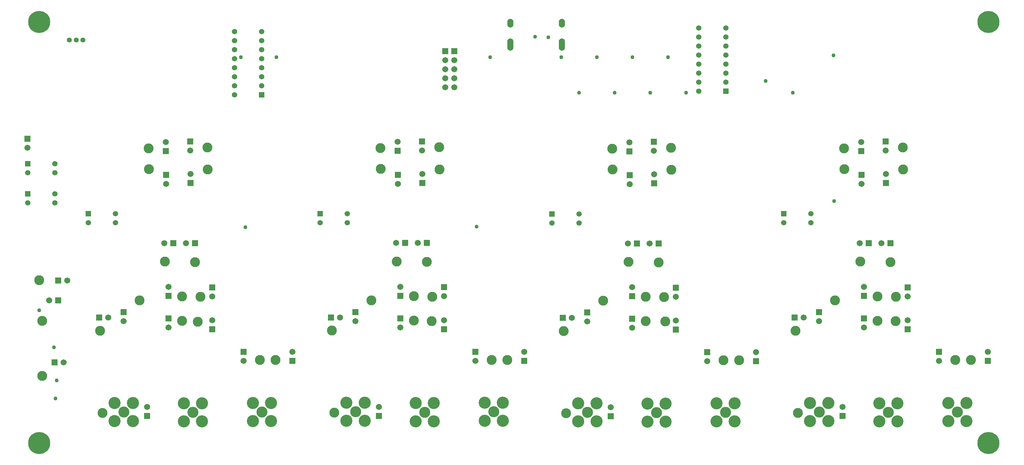
<source format=gbs>
G04*
G04 #@! TF.GenerationSoftware,Altium Limited,Altium Designer,20.1.12 (249)*
G04*
G04 Layer_Color=16711935*
%FSLAX25Y25*%
%MOIN*%
G70*
G04*
G04 #@! TF.SameCoordinates,0DC69EFF-8178-42D1-8DC1-E705200A60BA*
G04*
G04*
G04 #@! TF.FilePolarity,Negative*
G04*
G01*
G75*
%ADD41C,0.05918*%
%ADD42R,0.05918X0.05918*%
%ADD43C,0.06706*%
%ADD44R,0.06706X0.06706*%
%ADD45R,0.06706X0.06706*%
%ADD46C,0.05524*%
%ADD47O,0.06706X0.09855*%
%ADD48O,0.06706X0.13792*%
%ADD49C,0.12217*%
%ADD50C,0.13398*%
%ADD51C,0.11000*%
%ADD52C,0.04343*%
%ADD53C,0.24422*%
D41*
X1063500Y328500D02*
D03*
Y338500D02*
D03*
X1033500Y328500D02*
D03*
X807167Y328169D02*
D03*
Y338169D02*
D03*
X777167Y328169D02*
D03*
X550833Y328669D02*
D03*
Y338669D02*
D03*
X520833Y328669D02*
D03*
X294500Y328500D02*
D03*
Y338500D02*
D03*
X264500Y328500D02*
D03*
X227500Y384000D02*
D03*
Y394000D02*
D03*
X197500Y384000D02*
D03*
X227500Y350500D02*
D03*
Y360500D02*
D03*
X197500Y350500D02*
D03*
X969500Y484047D02*
D03*
Y494047D02*
D03*
Y504047D02*
D03*
Y514047D02*
D03*
Y524047D02*
D03*
Y534047D02*
D03*
Y544047D02*
D03*
X939500Y474047D02*
D03*
Y484047D02*
D03*
Y494047D02*
D03*
Y504047D02*
D03*
Y514047D02*
D03*
Y524047D02*
D03*
Y534047D02*
D03*
Y544047D02*
D03*
X456000Y480047D02*
D03*
Y490047D02*
D03*
Y500047D02*
D03*
Y510047D02*
D03*
Y520047D02*
D03*
Y530047D02*
D03*
Y540047D02*
D03*
X426000Y470047D02*
D03*
Y480047D02*
D03*
Y490047D02*
D03*
Y500047D02*
D03*
Y510047D02*
D03*
Y520047D02*
D03*
Y530047D02*
D03*
Y540047D02*
D03*
D42*
X1033500Y338500D02*
D03*
X777167Y338169D02*
D03*
X520833Y338669D02*
D03*
X264500Y338500D02*
D03*
X197500Y394000D02*
D03*
Y360500D02*
D03*
X969500Y474047D02*
D03*
X456000Y470047D02*
D03*
D43*
X197000Y411500D02*
D03*
X659000Y488500D02*
D03*
Y498500D02*
D03*
Y508500D02*
D03*
Y478500D02*
D03*
X669000D02*
D03*
Y508500D02*
D03*
Y498500D02*
D03*
Y488500D02*
D03*
X1141500Y306000D02*
D03*
X885167Y305669D02*
D03*
X628833Y306169D02*
D03*
X372500Y306000D02*
D03*
X1146500Y382500D02*
D03*
X890167Y382169D02*
D03*
X633833Y382669D02*
D03*
X377500Y382500D02*
D03*
X1117500Y306000D02*
D03*
X861167Y305669D02*
D03*
X604833Y306169D02*
D03*
X348500Y306000D02*
D03*
X1119500Y371500D02*
D03*
X863167Y371169D02*
D03*
X606833Y371669D02*
D03*
X350500Y371500D02*
D03*
X1119000Y418000D02*
D03*
X862667Y417669D02*
D03*
X606333Y418169D02*
D03*
X350000Y418000D02*
D03*
X1205000Y175500D02*
D03*
X948667Y175169D02*
D03*
X692333Y175669D02*
D03*
X436000Y175500D02*
D03*
X1146000Y408500D02*
D03*
X889667Y408169D02*
D03*
X633333Y408669D02*
D03*
X377000Y408500D02*
D03*
X1259000Y185500D02*
D03*
X1002667Y185169D02*
D03*
X746333Y185669D02*
D03*
X490000Y185500D02*
D03*
X1122000Y212500D02*
D03*
X865667Y212169D02*
D03*
X609333Y212669D02*
D03*
X353000Y212500D02*
D03*
X1170500Y247000D02*
D03*
X914167Y246669D02*
D03*
X657833Y247169D02*
D03*
X401500Y247000D02*
D03*
X1122000Y257500D02*
D03*
X865667Y257169D02*
D03*
X609333Y257669D02*
D03*
X353000Y257500D02*
D03*
X1170500Y220500D02*
D03*
X914167Y220169D02*
D03*
X657833Y220669D02*
D03*
X401500Y220500D02*
D03*
X1098500Y124500D02*
D03*
X842167Y124169D02*
D03*
X585833Y124669D02*
D03*
X329500Y124500D02*
D03*
X1055201Y223500D02*
D03*
X798868Y223169D02*
D03*
X542534Y223669D02*
D03*
X286201Y223500D02*
D03*
X1072201Y219500D02*
D03*
X815868Y219169D02*
D03*
X559534Y219669D02*
D03*
X303201Y219500D02*
D03*
X221000Y242500D02*
D03*
X241000Y264500D02*
D03*
X237000Y174000D02*
D03*
D44*
X197000Y421500D02*
D03*
X659000Y518500D02*
D03*
X669000D02*
D03*
X1146500Y372500D02*
D03*
X890167Y372169D02*
D03*
X633833Y372669D02*
D03*
X377500Y372500D02*
D03*
X1119500Y381500D02*
D03*
X863167Y381169D02*
D03*
X606833Y381669D02*
D03*
X350500Y381500D02*
D03*
X1119000Y408000D02*
D03*
X862667Y407669D02*
D03*
X606333Y408169D02*
D03*
X350000Y408000D02*
D03*
X1205000Y185500D02*
D03*
X948667Y185169D02*
D03*
X692333Y185669D02*
D03*
X436000Y185500D02*
D03*
X1146000Y418500D02*
D03*
X889667Y418169D02*
D03*
X633333Y418669D02*
D03*
X377000Y418500D02*
D03*
X1259000Y175500D02*
D03*
X1002667Y175169D02*
D03*
X746333Y175669D02*
D03*
X490000Y175500D02*
D03*
X1122000Y222500D02*
D03*
X865667Y222169D02*
D03*
X609333Y222669D02*
D03*
X353000Y222500D02*
D03*
X1170500Y257000D02*
D03*
X914167Y256669D02*
D03*
X657833Y257169D02*
D03*
X401500Y257000D02*
D03*
X1122000Y247500D02*
D03*
X865667Y247169D02*
D03*
X609333Y247669D02*
D03*
X353000Y247500D02*
D03*
X1170500Y210500D02*
D03*
X914167Y210169D02*
D03*
X657833Y210669D02*
D03*
X401500Y210500D02*
D03*
X1098500Y114500D02*
D03*
X842167Y114169D02*
D03*
X585833Y114669D02*
D03*
X329500Y114500D02*
D03*
X1072201Y229500D02*
D03*
X815868Y229169D02*
D03*
X559534Y229669D02*
D03*
X303201Y229500D02*
D03*
D45*
X1151500Y306000D02*
D03*
X895167Y305669D02*
D03*
X638833Y306169D02*
D03*
X382500Y306000D02*
D03*
X1127500D02*
D03*
X871167Y305669D02*
D03*
X614833Y306169D02*
D03*
X358500Y306000D02*
D03*
X1045201Y223500D02*
D03*
X788868Y223169D02*
D03*
X532534Y223669D02*
D03*
X276201Y223500D02*
D03*
X231000Y242500D02*
D03*
Y264500D02*
D03*
X227000Y174000D02*
D03*
D46*
X258500Y531000D02*
D03*
X251000D02*
D03*
X243500D02*
D03*
D47*
X788138Y549457D02*
D03*
X731051D02*
D03*
D48*
X788138Y525992D02*
D03*
X731051D02*
D03*
D49*
X1149000Y118500D02*
D03*
X892667Y118169D02*
D03*
X636333Y118669D02*
D03*
X380000Y118500D02*
D03*
X1225450Y118950D02*
D03*
X969117Y118619D02*
D03*
X712783Y119119D02*
D03*
X456450Y118950D02*
D03*
X1072550D02*
D03*
X816217Y118619D02*
D03*
X559883Y119119D02*
D03*
X303550Y118950D02*
D03*
D50*
X1159050Y108450D02*
D03*
Y128550D02*
D03*
X1138950Y108450D02*
D03*
Y128550D02*
D03*
X902717Y108119D02*
D03*
Y128219D02*
D03*
X882617Y108119D02*
D03*
Y128219D02*
D03*
X646383Y108619D02*
D03*
Y128719D02*
D03*
X626283Y108619D02*
D03*
Y128719D02*
D03*
X390050Y108450D02*
D03*
Y128550D02*
D03*
X369950Y108450D02*
D03*
Y128550D02*
D03*
X1235500Y108900D02*
D03*
Y129000D02*
D03*
X1215400Y108900D02*
D03*
Y129000D02*
D03*
X979167Y108569D02*
D03*
Y128669D02*
D03*
X959067Y108569D02*
D03*
Y128669D02*
D03*
X722833Y109069D02*
D03*
Y129169D02*
D03*
X702733Y109069D02*
D03*
Y129169D02*
D03*
X466500Y108900D02*
D03*
Y129000D02*
D03*
X446400Y108900D02*
D03*
Y129000D02*
D03*
X1082600Y108900D02*
D03*
Y129000D02*
D03*
X1062500Y108900D02*
D03*
Y129000D02*
D03*
X826267Y108569D02*
D03*
Y128669D02*
D03*
X806167Y108569D02*
D03*
Y128669D02*
D03*
X569933Y109069D02*
D03*
Y129169D02*
D03*
X549833Y109069D02*
D03*
Y129169D02*
D03*
X313600Y108900D02*
D03*
Y129000D02*
D03*
X293500Y108900D02*
D03*
Y129000D02*
D03*
D51*
X1151500Y285000D02*
D03*
X895167Y284669D02*
D03*
X638833Y285169D02*
D03*
X382500Y285000D02*
D03*
X1165500Y387500D02*
D03*
X909167Y387169D02*
D03*
X652833Y387669D02*
D03*
X396500Y387500D02*
D03*
X1118000Y285500D02*
D03*
X861667Y285169D02*
D03*
X605333Y285669D02*
D03*
X349000Y285500D02*
D03*
X1100500Y388000D02*
D03*
X844167Y387669D02*
D03*
X587833Y388169D02*
D03*
X331500Y388000D02*
D03*
X1100000Y411000D02*
D03*
X843667Y410669D02*
D03*
X587333Y411169D02*
D03*
X331000Y411000D02*
D03*
X1223000Y176500D02*
D03*
X966667Y176169D02*
D03*
X710333Y176669D02*
D03*
X454000Y176500D02*
D03*
X1165000Y412000D02*
D03*
X908667Y411669D02*
D03*
X652333Y412169D02*
D03*
X396000Y412000D02*
D03*
X1240500Y176500D02*
D03*
X984167Y176169D02*
D03*
X727833Y176669D02*
D03*
X471500Y176500D02*
D03*
X1137000Y220000D02*
D03*
X880667Y219669D02*
D03*
X624333Y220169D02*
D03*
X368000Y220000D02*
D03*
X1157500Y246500D02*
D03*
X901167Y246169D02*
D03*
X644833Y246669D02*
D03*
X388500Y246500D02*
D03*
X1137000Y247000D02*
D03*
X880667Y246669D02*
D03*
X624333Y247169D02*
D03*
X368000Y247000D02*
D03*
X1157000Y219500D02*
D03*
X902500Y219169D02*
D03*
X644000Y219669D02*
D03*
X385500Y219000D02*
D03*
X1049000Y118000D02*
D03*
X792667Y117669D02*
D03*
X536333Y118169D02*
D03*
X280000Y118000D02*
D03*
X1046201Y209000D02*
D03*
X789867Y208669D02*
D03*
X533534Y209169D02*
D03*
X277201Y209000D02*
D03*
X1090000Y242500D02*
D03*
X833667Y242169D02*
D03*
X577333Y242669D02*
D03*
X321000Y242500D02*
D03*
X213500Y220000D02*
D03*
X210000Y265000D02*
D03*
X213500Y159000D02*
D03*
D52*
X437899Y323696D02*
D03*
X693682Y324276D02*
D03*
X1088500Y514000D02*
D03*
X210161Y231500D02*
D03*
X758500Y534500D02*
D03*
X773000Y534000D02*
D03*
X1089169Y352500D02*
D03*
X226402Y190647D02*
D03*
X228000Y134000D02*
D03*
X229362Y154000D02*
D03*
X1013500Y485500D02*
D03*
X1043307Y472441D02*
D03*
X905512Y511811D02*
D03*
X925197Y472441D02*
D03*
X866142Y511811D02*
D03*
X885827Y472441D02*
D03*
X826772Y511811D02*
D03*
X846457Y472441D02*
D03*
X787402Y511811D02*
D03*
X807087Y472441D02*
D03*
X708661Y511811D02*
D03*
X472441D02*
D03*
X433071D02*
D03*
D53*
X210185Y550815D02*
D03*
X1259815D02*
D03*
Y84685D02*
D03*
X210185D02*
D03*
M02*

</source>
